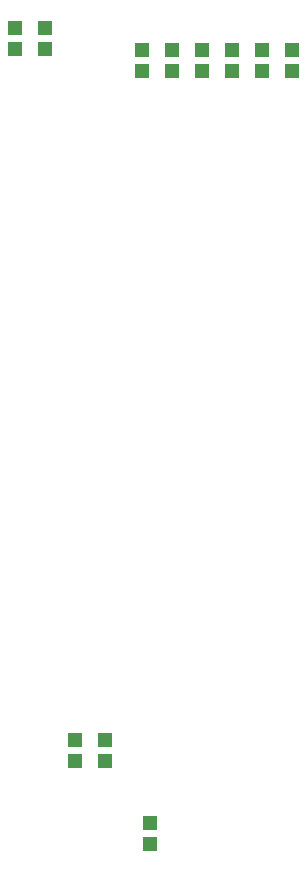
<source format=gbr>
G04 EAGLE Gerber RS-274X export*
G75*
%MOMM*%
%FSLAX34Y34*%
%LPD*%
%INSolderpaste Top*%
%IPPOS*%
%AMOC8*
5,1,8,0,0,1.08239X$1,22.5*%
G01*
%ADD10R,1.270000X1.143000*%


D10*
X514350Y701040D03*
X514350Y683260D03*
X488950Y701040D03*
X488950Y683260D03*
X463550Y701040D03*
X463550Y683260D03*
X438150Y701040D03*
X438150Y683260D03*
X412750Y701040D03*
X412750Y683260D03*
X387350Y701040D03*
X387350Y683260D03*
X393700Y46990D03*
X393700Y29210D03*
X304800Y702310D03*
X304800Y720090D03*
X279400Y702310D03*
X279400Y720090D03*
X330200Y116840D03*
X330200Y99060D03*
X355600Y116840D03*
X355600Y99060D03*
M02*

</source>
